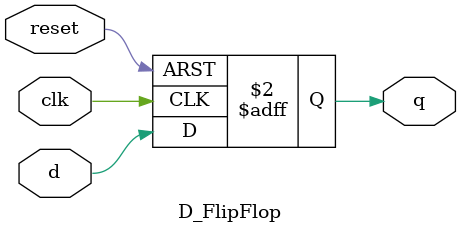
<source format=v>
`timescale 1ns / 1ps


module D_FlipFlop (
    input d,      // Data input
    input clk,    // Clock input
    input reset,  // Reset input
    output reg q  // Output
);

    always @(posedge clk or posedge reset)
    begin
        if (reset)
            q <= 1'b0;  // Reset state
        else
            q <= d;     // D input is transferred to Q on clock edge
    end

endmodule

</source>
